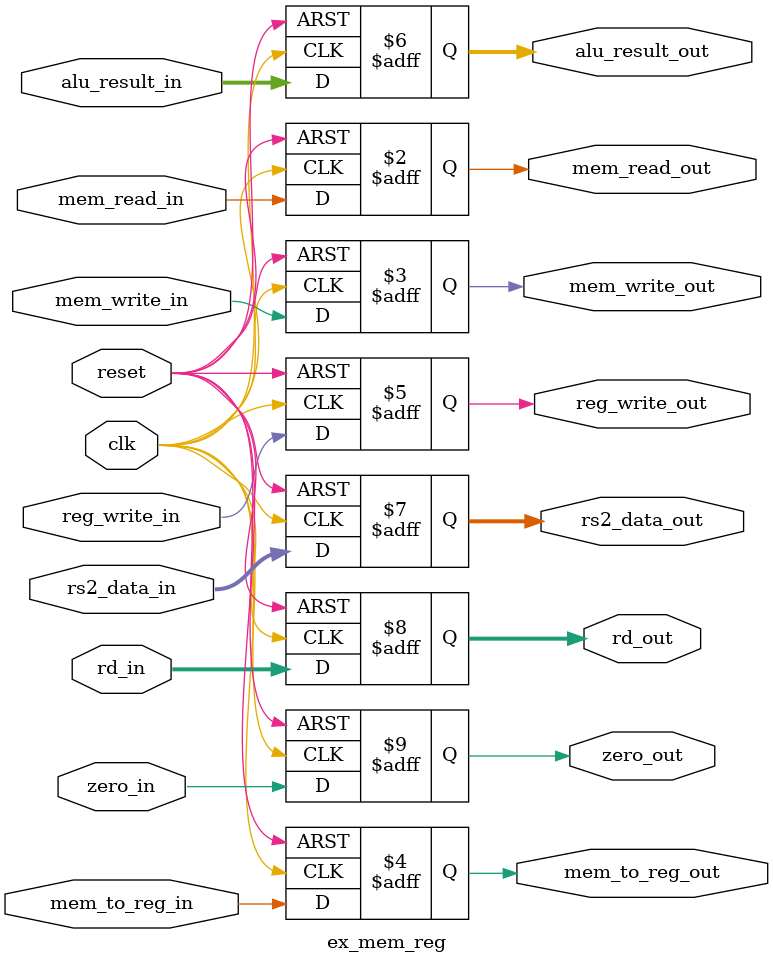
<source format=v>
module ex_mem_reg (
    input clk,
    input reset,

    // Control signals
    input mem_read_in,
    input mem_write_in,
    input mem_to_reg_in,
    input reg_write_in,

    // Data signals
    input [31:0] alu_result_in,
    input [31:0] rs2_data_in,  // Needed for sw
    input [4:0] rd_in,
    input zero_in,

    // Outputs
    output reg mem_read_out,
    output reg mem_write_out,
    output reg mem_to_reg_out,
    output reg reg_write_out,

    output reg [31:0] alu_result_out,
    output reg [31:0] rs2_data_out,
    output reg [4:0] rd_out,
    output reg zero_out
);

always @(posedge clk or posedge reset) begin
    if (reset) begin
        mem_read_out    <= 0;
        mem_write_out   <= 0;
        mem_to_reg_out  <= 0;
        reg_write_out   <= 0;

        alu_result_out  <= 0;
        rs2_data_out    <= 0;
        rd_out          <= 0;
        zero_out        <= 0;
    end else begin
        mem_read_out    <= mem_read_in;
        mem_write_out   <= mem_write_in;
        mem_to_reg_out  <= mem_to_reg_in;
        reg_write_out   <= reg_write_in;

        alu_result_out  <= alu_result_in;
        rs2_data_out    <= rs2_data_in;
        rd_out          <= rd_in;
        zero_out        <= zero_in;
    end
end

endmodule

</source>
